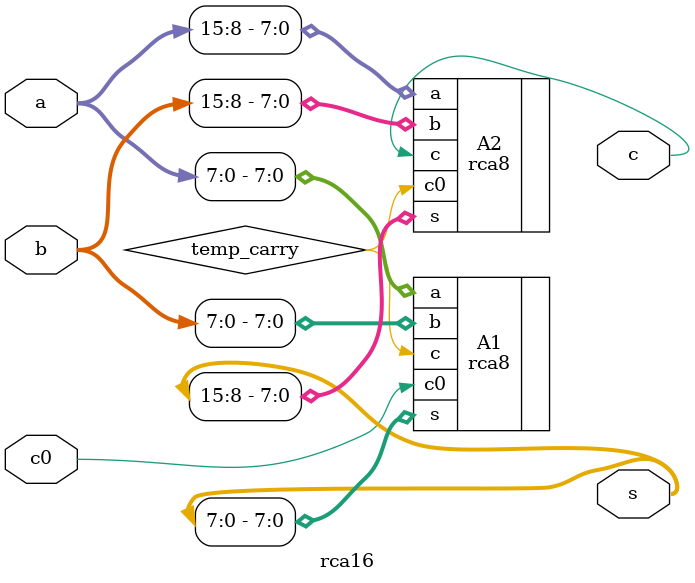
<source format=v>
`include "8bit.v"								// Importing 8 bit Ripple carry adder module

module rca16(a,b,c0,c,s);						//  Defining Module
    input [15:0]a,b;							//	2 16-bit numbers input
    input c0;									//  Initial carry input
    output c;									//  1-bit carry output
    output [15:0] s;							//  16-bit sum output
    wire temp_carry;							//	Temperory carry wire
    rca8 A1(.a(a[7:0]),.b(b[7:0]),.c0(c0),.c(temp_carry),.s(s[7:0]));					//	Implementing 1st 8-bit ripple carry adders and the sum is stored in s[7:0] and the carry in temp_carry
    rca8 A2(.a(a[15:8]),.b(b[15:8]),.c0(temp_carry),.c(c),.s(s[15:8]));					//	Implementing 2nd 8-bit ripple carry adders and the sum is stored in s[15:8] and the carry in c

endmodule																				//	Final sum is s[15:0] and the carry is in c
</source>
